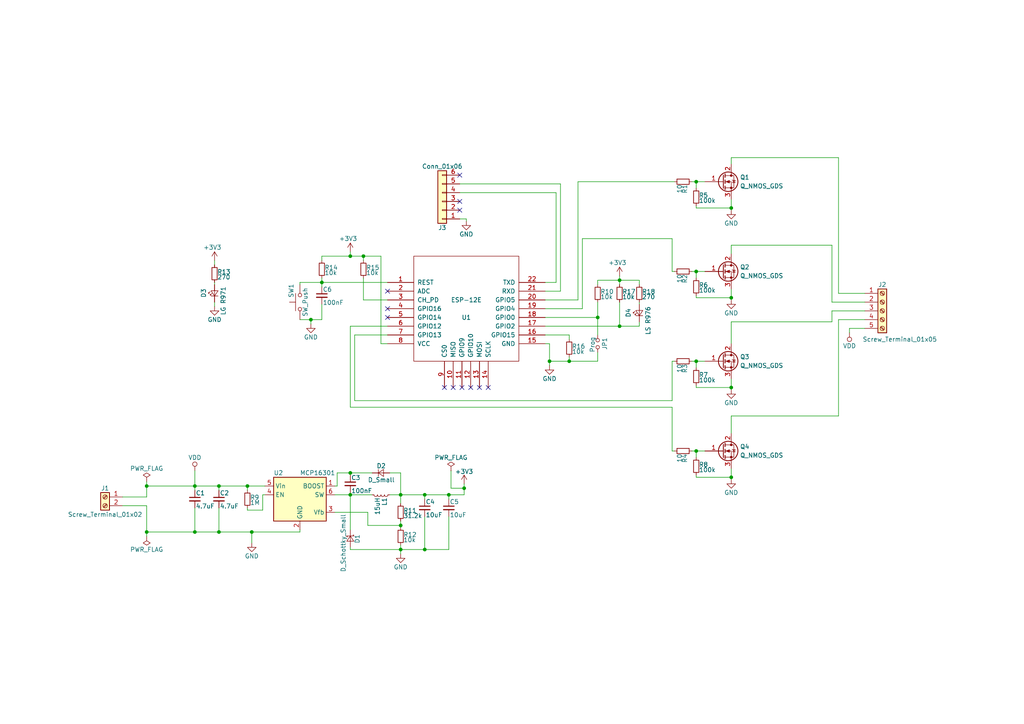
<source format=kicad_sch>
(kicad_sch (version 20230121) (generator eeschema)
  (paper "A4")
  (lib_symbols
    (symbol "LEDController-rescue:+3V3" (power) (pin_names (offset 0))
      (property "Value" "+3V3" (at 0 3.556 0))
      (symbol "+3V3_0_1"
        (polyline (pts (xy -0.762 1.27) (xy 0 2.54)))
        (polyline (pts (xy 0 0) (xy 0 2.54)))
        (polyline (pts (xy 0 2.54) (xy 0.762 1.27)))
      )
      (symbol "+3V3_1_1"
        (pin power_in line (at 0 0 90) (length 0) hide (name "+3V3") (number "1"))
      )
    )
    (symbol "LEDController-rescue:C_Small" (pin_numbers hide) (pin_names (offset 0.254) hide)
      (property "Reference" "C" (at 0.254 1.778 0))
      (property "Value" "C_Small" (at 0.254 -2.032 0))
      (symbol "C_Small_0_1"
        (polyline (pts (xy -1.524 -0.508) (xy 1.524 -0.508)) (stroke (width 0.3302)))
        (polyline (pts (xy -1.524 0.508) (xy 1.524 0.508)) (stroke (width 0.3048)))
      )
      (symbol "C_Small_1_1"
        (pin passive line (at 0 2.54 270) (length 2.032) (name "~") (number "1"))
        (pin passive line (at 0 -2.54 90) (length 2.032) (name "~") (number "2"))
      )
    )
    (symbol "LEDController-rescue:Conn_01x06" (pin_names (offset 1.016) hide)
      (property "Reference" "J" (at 0 7.62 0))
      (property "Value" "Conn_01x06" (at 0 -10.16 0))
      (symbol "Conn_01x06_1_1"
        (rectangle (start -1.27 -7.493) (end 0 -7.747) (stroke (width 0.1524)))
        (rectangle (start -1.27 -4.953) (end 0 -5.207) (stroke (width 0.1524)))
        (rectangle (start -1.27 -2.413) (end 0 -2.667) (stroke (width 0.1524)))
        (rectangle (start -1.27 0.127) (end 0 -0.127) (stroke (width 0.1524)))
        (rectangle (start -1.27 2.667) (end 0 2.413) (stroke (width 0.1524)))
        (rectangle (start -1.27 5.207) (end 0 4.953) (stroke (width 0.1524)))
        (rectangle (start -1.27 6.35) (end 1.27 -8.89) (stroke (width 0.254)) (fill (type background)))
        (pin passive line (at -5.08 5.08 0) (length 3.81) (name "Pin_1") (number "1"))
        (pin passive line (at -5.08 2.54 0) (length 3.81) (name "Pin_2") (number "2"))
        (pin passive line (at -5.08 0 0) (length 3.81) (name "Pin_3") (number "3"))
        (pin passive line (at -5.08 -2.54 0) (length 3.81) (name "Pin_4") (number "4"))
        (pin passive line (at -5.08 -5.08 0) (length 3.81) (name "Pin_5") (number "5"))
        (pin passive line (at -5.08 -7.62 0) (length 3.81) (name "Pin_6") (number "6"))
      )
    )
    (symbol "LEDController-rescue:D_Schottky_Small" (pin_numbers hide) (pin_names (offset 0.254) hide)
      (property "Reference" "D" (at -1.27 2.032 0))
      (property "Value" "D_Schottky_Small" (at -7.112 -2.032 0))
      (symbol "D_Schottky_Small_0_1"
        (polyline (pts (xy -0.762 -1.016) (xy -0.762 1.016)))
        (polyline (pts (xy -0.762 0) (xy 0.762 0)))
        (polyline (pts (xy -0.762 -1.016) (xy -0.508 -1.016) (xy -0.508 -0.762)))
        (polyline (pts (xy -0.762 1.016) (xy -1.016 1.016) (xy -1.016 0.762)))
        (polyline (pts (xy 0.762 -1.016) (xy -0.762 0) (xy 0.762 1.016) (xy 0.762 -1.016)))
      )
      (symbol "D_Schottky_Small_1_1"
        (pin passive line (at -2.54 0 0) (length 1.778) (name "K") (number "1"))
        (pin passive line (at 2.54 0 180) (length 1.778) (name "A") (number "2"))
      )
    )
    (symbol "LEDController-rescue:D_Small" (pin_numbers hide) (pin_names (offset 0.254) hide)
      (property "Reference" "D" (at -1.27 2.032 0))
      (property "Value" "D_Small" (at -3.81 -2.032 0))
      (symbol "D_Small_0_1"
        (polyline (pts (xy -0.762 -1.016) (xy -0.762 1.016)))
        (polyline (pts (xy -0.762 0) (xy 0.762 0)))
        (polyline (pts (xy 0.762 -1.016) (xy -0.762 0) (xy 0.762 1.016) (xy 0.762 -1.016)))
      )
      (symbol "D_Small_1_1"
        (pin passive line (at -2.54 0 0) (length 1.778) (name "K") (number "1"))
        (pin passive line (at 2.54 0 180) (length 1.778) (name "A") (number "2"))
      )
    )
    (symbol "LEDController-rescue:ESP-12E" (pin_names (offset 1.016))
      (property "Reference" "U" (at 0 -2.54 0))
      (property "Value" "ESP-12E" (at 0 2.54 0))
      (symbol "ESP-12E_1_0"
        (rectangle (start -15.24 -15.24) (end 15.24 15.24))
      )
      (symbol "ESP-12E_1_1"
        (pin input line (at -22.86 7.62 0) (length 7.62) (name "REST") (number "1"))
        (pin bidirectional line (at -3.81 -22.86 90) (length 7.62) (name "MISO") (number "10"))
        (pin bidirectional line (at -1.27 -22.86 90) (length 7.62) (name "GPIO9") (number "11"))
        (pin bidirectional line (at 1.27 -22.86 90) (length 7.62) (name "GPIO10") (number "12"))
        (pin bidirectional line (at 3.81 -22.86 90) (length 7.62) (name "MOSI") (number "13"))
        (pin bidirectional line (at 6.35 -22.86 90) (length 7.62) (name "SCLK") (number "14"))
        (pin power_in line (at 22.86 -10.16 180) (length 7.62) (name "GND") (number "15"))
        (pin bidirectional line (at 22.86 -7.62 180) (length 7.62) (name "GPIO15") (number "16"))
        (pin bidirectional line (at 22.86 -5.08 180) (length 7.62) (name "GPIO2") (number "17"))
        (pin bidirectional line (at 22.86 -2.54 180) (length 7.62) (name "GPIO0") (number "18"))
        (pin bidirectional line (at 22.86 0 180) (length 7.62) (name "GPIO4") (number "19"))
        (pin passive line (at -22.86 5.08 0) (length 7.62) (name "ADC") (number "2"))
        (pin bidirectional line (at 22.86 2.54 180) (length 7.62) (name "GPIO5") (number "20"))
        (pin input line (at 22.86 5.08 180) (length 7.62) (name "RXD") (number "21"))
        (pin output line (at 22.86 7.62 180) (length 7.62) (name "TXD") (number "22"))
        (pin input line (at -22.86 2.54 0) (length 7.62) (name "CH_PD") (number "3"))
        (pin bidirectional line (at -22.86 0 0) (length 7.62) (name "GPIO16") (number "4"))
        (pin bidirectional line (at -22.86 -2.54 0) (length 7.62) (name "GPIO14") (number "5"))
        (pin bidirectional line (at -22.86 -5.08 0) (length 7.62) (name "GPIO12") (number "6"))
        (pin bidirectional line (at -22.86 -7.62 0) (length 7.62) (name "GPIO13") (number "7"))
        (pin power_in line (at -22.86 -10.16 0) (length 7.62) (name "VCC") (number "8"))
        (pin bidirectional line (at -6.35 -22.86 90) (length 7.62) (name "CS0") (number "9"))
      )
    )
    (symbol "LEDController-rescue:GND" (power) (pin_names (offset 0))
      (property "Value" "GND" (at 0 -3.81 0))
      (symbol "GND_0_1"
        (polyline (pts (xy 0 0) (xy 0 -1.27) (xy 1.27 -1.27) (xy 0 -2.54) (xy -1.27 -1.27) (xy 0 -1.27)))
      )
      (symbol "GND_1_1"
        (pin power_in line (at 0 0 270) (length 0) hide (name "GND") (number "1"))
      )
    )
    (symbol "LEDController-rescue:Jumper_NO_Small" (pin_numbers hide) (pin_names (offset 0.762) hide)
      (property "Reference" "JP" (at 0 2.032 0))
      (property "Value" "Jumper_NO_Small" (at 0.254 -1.524 0))
      (symbol "Jumper_NO_Small_0_1"
        (circle (center -1.016 0) (radius 0.508))
        (circle (center 1.016 0) (radius 0.508))
        (pin passive line (at -2.54 0 0) (length 1.016) (name "1") (number "1"))
        (pin passive line (at 2.54 0 180) (length 1.016) (name "2") (number "2"))
      )
    )
    (symbol "LEDController-rescue:LED_Small" (pin_numbers hide) (pin_names (offset 0.254) hide)
      (property "Reference" "D" (at -1.27 3.175 0))
      (property "Value" "LED_Small" (at -4.445 -2.54 0))
      (symbol "LED_Small_0_1"
        (polyline (pts (xy -0.762 -1.016) (xy -0.762 1.016)))
        (polyline (pts (xy 1.016 0) (xy -0.762 0)))
        (polyline (pts (xy 0.762 -1.016) (xy -0.762 0) (xy 0.762 1.016) (xy 0.762 -1.016)))
        (polyline (pts (xy 0 0.762) (xy -0.508 1.27) (xy -0.254 1.27) (xy -0.508 1.27) (xy -0.508 1.016)))
        (polyline (pts (xy 0.508 1.27) (xy 0 1.778) (xy 0.254 1.778) (xy 0 1.778) (xy 0 1.524)))
      )
      (symbol "LED_Small_1_1"
        (pin passive line (at -2.54 0 0) (length 1.778) (name "K") (number "1"))
        (pin passive line (at 2.54 0 180) (length 1.778) (name "A") (number "2"))
      )
    )
    (symbol "LEDController-rescue:L_Small" (pin_numbers hide) (pin_names (offset 0.254) hide)
      (property "Reference" "L" (at 0.762 1.016 0))
      (property "Value" "L_Small" (at 0.762 -1.016 0))
      (symbol "L_Small_0_1"
        (arc (start 0 -2.032) (mid 0.5058 -1.524) (end 0 -1.016))
        (arc (start 0 -1.016) (mid 0.5058 -0.508) (end 0 0))
        (arc (start 0 0) (mid 0.5058 0.508) (end 0 1.016))
        (arc (start 0 1.016) (mid 0.5058 1.524) (end 0 2.032))
      )
      (symbol "L_Small_1_1"
        (pin passive line (at 0 2.54 270) (length 0.508) (name "~") (number "1"))
        (pin passive line (at 0 -2.54 90) (length 0.508) (name "~") (number "2"))
      )
    )
    (symbol "LEDController-rescue:MCP16301"
      (property "Reference" "U" (at -7.62 6.35 0))
      (property "Value" "MCP16301" (at 0 6.35 0))
      (symbol "MCP16301_0_1"
        (rectangle (start -7.62 5.08) (end 7.62 -7.62) (stroke (width 0.254)) (fill (type background)))
      )
      (symbol "MCP16301_1_1"
        (pin output line (at 10.16 2.54 180) (length 2.54) (name "BOOST") (number "1"))
        (pin power_in line (at 0 -10.16 90) (length 2.54) (name "GND") (number "2"))
        (pin input line (at 10.16 -5.08 180) (length 2.54) (name "Vfb") (number "3"))
        (pin input line (at -10.16 0 0) (length 2.54) (name "EN") (number "4"))
        (pin power_in line (at -10.16 2.54 0) (length 2.54) (name "Vin") (number "5"))
        (pin output line (at 10.16 0 180) (length 2.54) (name "SW") (number "6"))
      )
    )
    (symbol "LEDController-rescue:PWR_FLAG" (power) (pin_numbers hide) (pin_names (offset 0) hide)
      (property "Value" "PWR_FLAG" (at 0 3.81 0))
      (symbol "PWR_FLAG_0_0"
        (pin power_out line (at 0 0 90) (length 0) (name "pwr") (number "1"))
      )
      (symbol "PWR_FLAG_0_1"
        (polyline (pts (xy 0 0) (xy 0 1.27) (xy -1.016 1.905) (xy 0 2.54) (xy 1.016 1.905) (xy 0 1.27)))
      )
    )
    (symbol "LEDController-rescue:Q_NMOS_GDS" (pin_names (offset 0) hide)
      (property "Reference" "Q" (at 5.08 1.27 0))
      (property "Value" "Q_NMOS_GDS" (at 5.08 -1.27 0))
      (symbol "Q_NMOS_GDS_0_1"
        (polyline (pts (xy 0.0508 0) (xy 0.254 0)))
        (polyline (pts (xy 0.762 -1.778) (xy 2.54 -1.778)))
        (polyline (pts (xy 0.762 -1.27) (xy 0.762 -2.286)) (stroke (width 0.254)))
        (polyline (pts (xy 0.762 0) (xy 2.54 0)))
        (polyline (pts (xy 0.762 0.508) (xy 0.762 -0.508)) (stroke (width 0.254)))
        (polyline (pts (xy 0.762 1.778) (xy 2.54 1.778)))
        (polyline (pts (xy 0.762 2.286) (xy 0.762 1.27)) (stroke (width 0.254)))
        (polyline (pts (xy 2.54 -1.778) (xy 2.54 -2.54)))
        (polyline (pts (xy 2.54 -1.778) (xy 2.54 0)))
        (polyline (pts (xy 2.54 2.54) (xy 2.54 1.778)))
        (polyline (pts (xy 0.254 1.905) (xy 0.254 -1.905) (xy 0.254 -1.905)) (stroke (width 0.254)))
        (polyline (pts (xy 1.016 0) (xy 2.032 0.381) (xy 2.032 -0.381) (xy 1.016 0)) (fill (type outline)))
        (polyline (pts (xy 2.54 -1.778) (xy 3.302 -1.778) (xy 3.302 1.778) (xy 2.54 1.778)))
        (polyline (pts (xy 2.794 0.508) (xy 2.921 0.381) (xy 3.683 0.381) (xy 3.81 0.254)))
        (polyline (pts (xy 3.302 0.381) (xy 2.921 -0.254) (xy 3.683 -0.254) (xy 3.302 0.381)))
        (circle (center 1.651 0) (radius 2.8194) (stroke (width 0.254)))
        (circle (center 2.54 -1.778) (radius 0.2794) (fill (type outline)))
        (circle (center 2.54 1.778) (radius 0.2794) (fill (type outline)))
      )
      (symbol "Q_NMOS_GDS_1_1"
        (pin input line (at -5.08 0 0) (length 5.08) (name "G") (number "1"))
        (pin passive line (at 2.54 5.08 270) (length 2.54) (name "D") (number "2"))
        (pin passive line (at 2.54 -5.08 90) (length 2.54) (name "S") (number "3"))
      )
    )
    (symbol "LEDController-rescue:R_Small" (pin_numbers hide) (pin_names (offset 0.254) hide)
      (property "Reference" "R" (at 0.762 0.508 0))
      (property "Value" "R_Small" (at 0.762 -1.016 0))
      (symbol "R_Small_0_1"
        (rectangle (start -0.762 1.778) (end 0.762 -1.778) (stroke (width 0.2032)))
      )
      (symbol "R_Small_1_1"
        (pin passive line (at 0 2.54 270) (length 0.762) (name "~") (number "1"))
        (pin passive line (at 0 -2.54 90) (length 0.762) (name "~") (number "2"))
      )
    )
    (symbol "LEDController-rescue:SW_Push" (pin_numbers hide) (pin_names (offset 1.016) hide)
      (property "Reference" "SW" (at 1.27 2.54 0))
      (property "Value" "SW_Push" (at 0 -1.524 0))
      (symbol "SW_Push_0_1"
        (circle (center -2.032 0) (radius 0.508))
        (polyline (pts (xy 0 1.27) (xy 0 3.048)))
        (polyline (pts (xy 2.54 1.27) (xy -2.54 1.27)))
        (circle (center 2.032 0) (radius 0.508))
        (pin passive line (at -5.08 0 0) (length 2.54) (name "1") (number "1"))
        (pin passive line (at 5.08 0 180) (length 2.54) (name "2") (number "2"))
      )
    )
    (symbol "LEDController-rescue:Screw_Terminal_01x02" (pin_names (offset 1.016) hide)
      (property "Reference" "J" (at 0 2.54 0))
      (property "Value" "Screw_Terminal_01x02" (at 0 -5.08 0))
      (symbol "Screw_Terminal_01x02_1_1"
        (rectangle (start -1.27 1.27) (end 1.27 -3.81) (stroke (width 0.254)) (fill (type background)))
        (circle (center 0 -2.54) (radius 0.635) (stroke (width 0.1524)))
        (polyline (pts (xy -0.5334 -2.2098) (xy 0.3302 -3.048)) (stroke (width 0.1524)))
        (polyline (pts (xy -0.5334 0.3302) (xy 0.3302 -0.508)) (stroke (width 0.1524)))
        (polyline (pts (xy -0.3556 -2.032) (xy 0.508 -2.8702)) (stroke (width 0.1524)))
        (polyline (pts (xy -0.3556 0.508) (xy 0.508 -0.3302)) (stroke (width 0.1524)))
        (circle (center 0 0) (radius 0.635) (stroke (width 0.1524)))
        (pin passive line (at -5.08 0 0) (length 3.81) (name "Pin_1") (number "1"))
        (pin passive line (at -5.08 -2.54 0) (length 3.81) (name "Pin_2") (number "2"))
      )
    )
    (symbol "LEDController-rescue:Screw_Terminal_01x05" (pin_names (offset 1.016) hide)
      (property "Reference" "J" (at 0 7.62 0))
      (property "Value" "Screw_Terminal_01x05" (at 0 -7.62 0))
      (symbol "Screw_Terminal_01x05_1_1"
        (rectangle (start -1.27 6.35) (end 1.27 -6.35) (stroke (width 0.254)) (fill (type background)))
        (circle (center 0 -5.08) (radius 0.635) (stroke (width 0.1524)))
        (circle (center 0 -2.54) (radius 0.635) (stroke (width 0.1524)))
        (polyline (pts (xy -0.5334 -4.7498) (xy 0.3302 -5.588)) (stroke (width 0.1524)))
        (polyline (pts (xy -0.5334 -2.2098) (xy 0.3302 -3.048)) (stroke (width 0.1524)))
        (polyline (pts (xy -0.5334 0.3302) (xy 0.3302 -0.508)) (stroke (width 0.1524)))
        (polyline (pts (xy -0.5334 2.8702) (xy 0.3302 2.032)) (stroke (width 0.1524)))
        (polyline (pts (xy -0.5334 5.4102) (xy 0.3302 4.572)) (stroke (width 0.1524)))
        (polyline (pts (xy -0.3556 -4.572) (xy 0.508 -5.4102)) (stroke (width 0.1524)))
        (polyline (pts (xy -0.3556 -2.032) (xy 0.508 -2.8702)) (stroke (width 0.1524)))
        (polyline (pts (xy -0.3556 0.508) (xy 0.508 -0.3302)) (stroke (width 0.1524)))
        (polyline (pts (xy -0.3556 3.048) (xy 0.508 2.2098)) (stroke (width 0.1524)))
        (polyline (pts (xy -0.3556 5.588) (xy 0.508 4.7498)) (stroke (width 0.1524)))
        (circle (center 0 0) (radius 0.635) (stroke (width 0.1524)))
        (circle (center 0 2.54) (radius 0.635) (stroke (width 0.1524)))
        (circle (center 0 5.08) (radius 0.635) (stroke (width 0.1524)))
        (pin passive line (at -5.08 5.08 0) (length 3.81) (name "Pin_1") (number "1"))
        (pin passive line (at -5.08 2.54 0) (length 3.81) (name "Pin_2") (number "2"))
        (pin passive line (at -5.08 0 0) (length 3.81) (name "Pin_3") (number "3"))
        (pin passive line (at -5.08 -2.54 0) (length 3.81) (name "Pin_4") (number "4"))
        (pin passive line (at -5.08 -5.08 0) (length 3.81) (name "Pin_5") (number "5"))
      )
    )
    (symbol "LEDController-rescue:VDD" (power) (pin_names (offset 0))
      (property "Value" "VDD" (at 0 3.81 0))
      (symbol "VDD_0_1"
        (polyline (pts (xy 0 0) (xy 0 1.27)))
        (circle (center 0 1.905) (radius 0.635))
      )
      (symbol "VDD_1_1"
        (pin power_in line (at 0 0 90) (length 0) hide (name "VDD") (number "1"))
      )
    )
  )
  (junction (at 42.545 154.305))
  (junction (at 105.41 74.295))
  (junction (at 116.205 143.51))
  (junction (at 56.515 140.97))
  (junction (at 179.705 81.28))
  (junction (at 73.025 154.305))
  (junction (at 201.93 104.775))
  (junction (at 56.515 154.305))
  (junction (at 173.355 92.075))
  (junction (at 201.93 52.705))
  (junction (at 212.09 86.36))
  (junction (at 101.6 137.16))
  (junction (at 71.755 140.97))
  (junction (at 63.5 140.97))
  (junction (at 134.62 141.605))
  (junction (at 123.19 143.51))
  (junction (at 42.545 140.97))
  (junction (at 116.205 159.385))
  (junction (at 201.93 78.74))
  (junction (at 212.09 60.325))
  (junction (at 93.345 81.915))
  (junction (at 165.1 104.775))
  (junction (at 179.705 94.615))
  (junction (at 101.6 74.295))
  (junction (at 212.09 112.395))
  (junction (at 90.17 92.71))
  (junction (at 116.205 152.4))
  (junction (at 212.09 138.43))
  (junction (at 201.93 130.81))
  (junction (at 159.385 104.775))
  (junction (at 130.175 143.51))
  (junction (at 63.5 154.305))
  (junction (at 123.19 159.385))
  (junction (at 101.6 143.51))
  (no_connect (at 128.905 112.395))
  (no_connect (at 136.525 112.395))
  (no_connect (at 139.065 112.395))
  (no_connect (at 112.395 84.455))
  (no_connect (at 141.605 112.395))
  (no_connect (at 133.985 112.395))
  (no_connect (at 131.445 112.395))
  (no_connect (at 133.35 50.8))
  (no_connect (at 112.395 89.535))
  (no_connect (at 133.35 60.96))
  (no_connect (at 133.35 58.42))
  (no_connect (at 112.395 92.075))
  (wire (pts (xy 161.29 55.88) (xy 133.35 55.88)))
  (wire (pts (xy 134.62 141.605) (xy 134.62 143.51)))
  (wire (pts (xy 159.385 99.695) (xy 159.385 104.775)))
  (wire (pts (xy 179.705 87.63) (xy 179.705 94.615)))
  (wire (pts (xy 194.945 118.11) (xy 101.6 118.11)))
  (wire (pts (xy 76.2 143.51) (xy 76.2 147.955)))
  (wire (pts (xy 201.93 138.43) (xy 212.09 138.43)))
  (wire (pts (xy 167.64 86.995) (xy 158.115 86.995)))
  (wire (pts (xy 106.68 148.59) (xy 106.68 152.4)))
  (wire (pts (xy 200.66 104.775) (xy 201.93 104.775)))
  (wire (pts (xy 71.755 142.24) (xy 71.755 140.97)))
  (wire (pts (xy 97.155 140.97) (xy 97.79 140.97)))
  (wire (pts (xy 63.5 154.305) (xy 73.025 154.305)))
  (wire (pts (xy 106.68 152.4) (xy 116.205 152.4)))
  (wire (pts (xy 212.09 112.395) (xy 212.09 113.03)))
  (wire (pts (xy 105.41 86.995) (xy 112.395 86.995)))
  (wire (pts (xy 101.6 143.51) (xy 101.6 153.67)))
  (wire (pts (xy 243.205 92.71) (xy 243.205 120.65)))
  (wire (pts (xy 63.5 140.97) (xy 71.755 140.97)))
  (wire (pts (xy 105.41 74.295) (xy 105.41 75.565)))
  (wire (pts (xy 201.93 59.69) (xy 201.93 60.325)))
  (wire (pts (xy 97.155 148.59) (xy 106.68 148.59)))
  (wire (pts (xy 101.6 143.51) (xy 107.95 143.51)))
  (wire (pts (xy 135.255 63.5) (xy 135.255 64.135)))
  (wire (pts (xy 212.09 60.325) (xy 212.09 60.96)))
  (wire (pts (xy 56.515 136.525) (xy 56.515 140.97)))
  (wire (pts (xy 63.5 140.97) (xy 63.5 142.24)))
  (wire (pts (xy 201.93 60.325) (xy 212.09 60.325)))
  (wire (pts (xy 185.42 94.615) (xy 185.42 93.345)))
  (wire (pts (xy 116.205 151.13) (xy 116.205 152.4)))
  (wire (pts (xy 42.545 154.305) (xy 42.545 155.575)))
  (wire (pts (xy 62.23 75.565) (xy 62.23 76.835)))
  (wire (pts (xy 162.56 84.455) (xy 158.115 84.455)))
  (wire (pts (xy 246.38 95.25) (xy 246.38 96.52)))
  (wire (pts (xy 201.93 132.715) (xy 201.93 130.81)))
  (wire (pts (xy 93.345 74.295) (xy 101.6 74.295)))
  (wire (pts (xy 212.09 83.82) (xy 212.09 86.36)))
  (wire (pts (xy 105.41 74.295) (xy 110.49 74.295)))
  (wire (pts (xy 73.025 154.305) (xy 86.995 154.305)))
  (wire (pts (xy 56.515 154.305) (xy 63.5 154.305)))
  (wire (pts (xy 56.515 140.97) (xy 63.5 140.97)))
  (wire (pts (xy 42.545 146.685) (xy 42.545 154.305)))
  (wire (pts (xy 201.93 85.725) (xy 201.93 86.36)))
  (wire (pts (xy 212.09 93.345) (xy 212.09 99.695)))
  (wire (pts (xy 42.545 146.685) (xy 35.56 146.685)))
  (wire (pts (xy 123.19 159.385) (xy 130.175 159.385)))
  (wire (pts (xy 76.2 143.51) (xy 76.835 143.51)))
  (wire (pts (xy 93.345 75.565) (xy 93.345 74.295)))
  (wire (pts (xy 179.705 81.28) (xy 179.705 82.55)))
  (wire (pts (xy 102.87 97.155) (xy 112.395 97.155)))
  (wire (pts (xy 56.515 147.32) (xy 56.515 154.305)))
  (wire (pts (xy 42.545 154.305) (xy 56.515 154.305)))
  (wire (pts (xy 42.545 140.97) (xy 56.515 140.97)))
  (wire (pts (xy 241.3 87.63) (xy 250.825 87.63)))
  (wire (pts (xy 158.115 97.155) (xy 165.1 97.155)))
  (wire (pts (xy 130.175 159.385) (xy 130.175 149.86)))
  (wire (pts (xy 212.09 71.12) (xy 212.09 73.66)))
  (wire (pts (xy 200.66 78.74) (xy 201.93 78.74)))
  (wire (pts (xy 200.66 130.81) (xy 201.93 130.81)))
  (wire (pts (xy 158.115 92.075) (xy 173.355 92.075)))
  (wire (pts (xy 201.93 137.795) (xy 201.93 138.43)))
  (wire (pts (xy 130.81 141.605) (xy 130.81 136.525)))
  (wire (pts (xy 185.42 87.63) (xy 185.42 88.265)))
  (wire (pts (xy 102.87 116.205) (xy 102.87 97.155)))
  (wire (pts (xy 173.355 92.075) (xy 173.355 97.155)))
  (wire (pts (xy 93.345 81.915) (xy 112.395 81.915)))
  (wire (pts (xy 123.19 149.86) (xy 123.19 159.385)))
  (wire (pts (xy 201.93 52.705) (xy 204.47 52.705)))
  (wire (pts (xy 86.995 92.71) (xy 90.17 92.71)))
  (wire (pts (xy 101.6 159.385) (xy 116.205 159.385)))
  (wire (pts (xy 201.93 86.36) (xy 212.09 86.36)))
  (wire (pts (xy 212.09 45.72) (xy 243.205 45.72)))
  (wire (pts (xy 212.09 120.65) (xy 212.09 125.73)))
  (wire (pts (xy 212.09 109.855) (xy 212.09 112.395)))
  (wire (pts (xy 212.09 138.43) (xy 212.09 139.065)))
  (wire (pts (xy 101.6 118.11) (xy 101.6 94.615)))
  (wire (pts (xy 134.62 140.335) (xy 134.62 141.605)))
  (wire (pts (xy 194.945 130.81) (xy 194.945 118.11)))
  (wire (pts (xy 130.175 144.78) (xy 130.175 143.51)))
  (wire (pts (xy 241.3 90.17) (xy 241.3 93.345)))
  (wire (pts (xy 110.49 99.695) (xy 112.395 99.695)))
  (wire (pts (xy 173.355 87.63) (xy 173.355 92.075)))
  (wire (pts (xy 158.115 94.615) (xy 179.705 94.615)))
  (wire (pts (xy 73.025 154.305) (xy 73.025 157.48)))
  (wire (pts (xy 113.03 137.16) (xy 116.205 137.16)))
  (wire (pts (xy 134.62 143.51) (xy 130.175 143.51)))
  (wire (pts (xy 243.205 45.72) (xy 243.205 85.09)))
  (wire (pts (xy 250.825 95.25) (xy 246.38 95.25)))
  (wire (pts (xy 168.91 89.535) (xy 158.115 89.535)))
  (wire (pts (xy 101.6 142.875) (xy 101.6 143.51)))
  (wire (pts (xy 62.23 88.9) (xy 62.23 87.63)))
  (wire (pts (xy 123.19 144.78) (xy 123.19 143.51)))
  (wire (pts (xy 165.1 104.775) (xy 173.355 104.775)))
  (wire (pts (xy 201.93 130.81) (xy 204.47 130.81)))
  (wire (pts (xy 201.93 54.61) (xy 201.93 52.705)))
  (wire (pts (xy 130.175 143.51) (xy 123.19 143.51)))
  (wire (pts (xy 161.29 81.915) (xy 158.115 81.915)))
  (wire (pts (xy 165.1 103.505) (xy 165.1 104.775)))
  (wire (pts (xy 56.515 140.97) (xy 56.515 142.24)))
  (wire (pts (xy 250.825 92.71) (xy 243.205 92.71)))
  (wire (pts (xy 116.205 159.385) (xy 123.19 159.385)))
  (wire (pts (xy 161.29 55.88) (xy 161.29 81.915)))
  (wire (pts (xy 243.205 85.09) (xy 250.825 85.09)))
  (wire (pts (xy 97.79 140.97) (xy 97.79 137.16)))
  (wire (pts (xy 105.41 80.645) (xy 105.41 86.995)))
  (wire (pts (xy 241.3 93.345) (xy 212.09 93.345)))
  (wire (pts (xy 90.17 92.71) (xy 93.345 92.71)))
  (wire (pts (xy 97.155 143.51) (xy 101.6 143.51)))
  (wire (pts (xy 250.825 90.17) (xy 241.3 90.17)))
  (wire (pts (xy 201.93 78.74) (xy 204.47 78.74)))
  (wire (pts (xy 201.93 104.775) (xy 204.47 104.775)))
  (wire (pts (xy 76.2 147.955) (xy 71.755 147.955)))
  (wire (pts (xy 173.355 104.775) (xy 173.355 102.235)))
  (wire (pts (xy 101.6 137.795) (xy 101.6 137.16)))
  (wire (pts (xy 212.09 135.89) (xy 212.09 138.43)))
  (wire (pts (xy 167.64 52.705) (xy 167.64 86.995)))
  (wire (pts (xy 241.3 71.12) (xy 241.3 87.63)))
  (wire (pts (xy 179.705 80.01) (xy 179.705 81.28)))
  (wire (pts (xy 116.205 143.51) (xy 113.03 143.51)))
  (wire (pts (xy 97.79 137.16) (xy 101.6 137.16)))
  (wire (pts (xy 194.945 104.775) (xy 194.945 116.205)))
  (wire (pts (xy 116.205 143.51) (xy 116.205 146.05)))
  (wire (pts (xy 173.355 81.28) (xy 179.705 81.28)))
  (wire (pts (xy 101.6 74.295) (xy 105.41 74.295)))
  (wire (pts (xy 201.93 112.395) (xy 212.09 112.395)))
  (wire (pts (xy 162.56 53.34) (xy 133.35 53.34)))
  (wire (pts (xy 179.705 94.615) (xy 185.42 94.615)))
  (wire (pts (xy 212.09 57.785) (xy 212.09 60.325)))
  (wire (pts (xy 63.5 147.32) (xy 63.5 154.305)))
  (wire (pts (xy 116.205 159.385) (xy 116.205 160.655)))
  (wire (pts (xy 173.355 82.55) (xy 173.355 81.28)))
  (wire (pts (xy 90.17 92.71) (xy 90.17 93.98)))
  (wire (pts (xy 42.545 140.97) (xy 42.545 144.145)))
  (wire (pts (xy 86.995 81.915) (xy 93.345 81.915)))
  (wire (pts (xy 194.945 78.74) (xy 195.58 78.74)))
  (wire (pts (xy 42.545 139.7) (xy 42.545 140.97)))
  (wire (pts (xy 101.6 158.75) (xy 101.6 159.385)))
  (wire (pts (xy 86.995 154.305) (xy 86.995 153.67)))
  (wire (pts (xy 195.58 104.775) (xy 194.945 104.775)))
  (wire (pts (xy 101.6 74.295) (xy 101.6 73.025)))
  (wire (pts (xy 71.755 147.955) (xy 71.755 147.32)))
  (wire (pts (xy 212.09 45.72) (xy 212.09 47.625)))
  (wire (pts (xy 200.66 52.705) (xy 201.93 52.705)))
  (wire (pts (xy 123.19 143.51) (xy 116.205 143.51)))
  (wire (pts (xy 212.09 120.65) (xy 243.205 120.65)))
  (wire (pts (xy 116.205 158.115) (xy 116.205 159.385)))
  (wire (pts (xy 158.115 99.695) (xy 159.385 99.695)))
  (wire (pts (xy 201.93 80.645) (xy 201.93 78.74)))
  (wire (pts (xy 195.58 130.81) (xy 194.945 130.81)))
  (wire (pts (xy 101.6 137.16) (xy 107.95 137.16)))
  (wire (pts (xy 93.345 92.71) (xy 93.345 88.265)))
  (wire (pts (xy 201.93 111.76) (xy 201.93 112.395)))
  (wire (pts (xy 62.23 81.915) (xy 62.23 82.55)))
  (wire (pts (xy 194.945 116.205) (xy 102.87 116.205)))
  (wire (pts (xy 201.93 106.68) (xy 201.93 104.775)))
  (wire (pts (xy 168.91 69.215) (xy 194.945 69.215)))
  (wire (pts (xy 93.345 80.645) (xy 93.345 81.915)))
  (wire (pts (xy 101.6 94.615) (xy 112.395 94.615)))
  (wire (pts (xy 110.49 74.295) (xy 110.49 99.695)))
  (wire (pts (xy 86.995 81.915) (xy 86.995 82.55)))
  (wire (pts (xy 93.345 81.915) (xy 93.345 83.185)))
  (wire (pts (xy 134.62 141.605) (xy 130.81 141.605)))
  (wire (pts (xy 42.545 144.145) (xy 35.56 144.145)))
  (wire (pts (xy 165.1 97.155) (xy 165.1 98.425)))
  (wire (pts (xy 133.35 63.5) (xy 135.255 63.5)))
  (wire (pts (xy 168.91 69.215) (xy 168.91 89.535)))
  (wire (pts (xy 194.945 69.215) (xy 194.945 78.74)))
  (wire (pts (xy 71.755 140.97) (xy 76.835 140.97)))
  (wire (pts (xy 212.09 86.36) (xy 212.09 86.995)))
  (wire (pts (xy 185.42 81.28) (xy 185.42 82.55)))
  (wire (pts (xy 195.58 52.705) (xy 167.64 52.705)))
  (wire (pts (xy 179.705 81.28) (xy 185.42 81.28)))
  (wire (pts (xy 162.56 53.34) (xy 162.56 84.455)))
  (wire (pts (xy 212.09 71.12) (xy 241.3 71.12)))
  (wire (pts (xy 159.385 104.775) (xy 159.385 106.045)))
  (wire (pts (xy 116.205 152.4) (xy 116.205 153.035)))
  (wire (pts (xy 116.205 137.16) (xy 116.205 143.51)))
  (wire (pts (xy 159.385 104.775) (xy 165.1 104.775)))
  (symbol (lib_id "LEDController-rescue:ESP-12E") (at 135.255 89.535 0) (unit 1)
    (property "Reference" "U1" (at 135.255 92.075 0))
    (property "Value" "ESP-12E" (at 135.255 86.995 0))
    (property "Footprint" "ESP8266:ESP-12E" (effects hide))
  )
  (symbol (lib_id "LEDController-rescue:R_Small") (at 198.12 78.74 270) (unit 1)
    (property "Reference" "R2" (at 198.628 79.502 0) (effects (justify left)))
    (property "Value" "10" (at 197.104 79.502 0) (effects (justify left)))
    (property "Footprint" "Resistors_SMD:R_0805_HandSoldering" (effects hide))
  )
  (symbol (lib_id "LEDController-rescue:R_Small") (at 201.93 83.185 0) (unit 1)
    (property "Reference" "R6" (at 202.692 82.677 0) (effects (justify left)))
    (property "Value" "100k" (at 202.692 84.201 0) (effects (justify left)))
    (property "Footprint" "Resistors_SMD:R_0805_HandSoldering" (effects hide))
  )
  (symbol (lib_id "LEDController-rescue:GND") (at 212.09 86.995 0) (unit 1)
    (property "Reference" "#PWR01" (effects hide))
    (property "Value" "GND" (at 212.09 90.805 0))
  )
  (symbol (lib_id "LEDController-rescue:R_Small") (at 198.12 104.775 270) (unit 1)
    (property "Reference" "R3" (at 198.628 105.537 0) (effects (justify left)))
    (property "Value" "10" (at 197.104 105.537 0) (effects (justify left)))
    (property "Footprint" "Resistors_SMD:R_0805_HandSoldering" (effects hide))
  )
  (symbol (lib_id "LEDController-rescue:R_Small") (at 201.93 109.22 0) (unit 1)
    (property "Reference" "R7" (at 202.692 108.712 0) (effects (justify left)))
    (property "Value" "100k" (at 202.692 110.236 0) (effects (justify left)))
    (property "Footprint" "Resistors_SMD:R_0805_HandSoldering" (effects hide))
  )
  (symbol (lib_id "LEDController-rescue:GND") (at 212.09 113.03 0) (unit 1)
    (property "Reference" "#PWR02" (effects hide))
    (property "Value" "GND" (at 212.09 116.84 0))
  )
  (symbol (lib_id "LEDController-rescue:R_Small") (at 198.12 130.81 270) (unit 1)
    (property "Reference" "R4" (at 198.628 131.572 0) (effects (justify left)))
    (property "Value" "10" (at 197.104 131.572 0) (effects (justify left)))
    (property "Footprint" "Resistors_SMD:R_0805_HandSoldering" (effects hide))
  )
  (symbol (lib_id "LEDController-rescue:R_Small") (at 201.93 135.255 0) (unit 1)
    (property "Reference" "R8" (at 202.692 134.747 0) (effects (justify left)))
    (property "Value" "100k" (at 202.692 136.271 0) (effects (justify left)))
    (property "Footprint" "Resistors_SMD:R_0805_HandSoldering" (effects hide))
  )
  (symbol (lib_id "LEDController-rescue:GND") (at 212.09 139.065 0) (unit 1)
    (property "Reference" "#PWR03" (effects hide))
    (property "Value" "GND" (at 212.09 142.875 0))
  )
  (symbol (lib_id "LEDController-rescue:R_Small") (at 198.12 52.705 270) (unit 1)
    (property "Reference" "R1" (at 198.628 53.467 0) (effects (justify left)))
    (property "Value" "10" (at 197.104 53.467 0) (effects (justify left)))
    (property "Footprint" "Resistors_SMD:R_0805_HandSoldering" (effects hide))
  )
  (symbol (lib_id "LEDController-rescue:R_Small") (at 201.93 57.15 0) (unit 1)
    (property "Reference" "R5" (at 202.692 56.642 0) (effects (justify left)))
    (property "Value" "100k" (at 202.692 58.166 0) (effects (justify left)))
    (property "Footprint" "Resistors_SMD:R_0805_HandSoldering" (effects hide))
  )
  (symbol (lib_id "LEDController-rescue:GND") (at 212.09 60.96 0) (unit 1)
    (property "Reference" "#PWR04" (effects hide))
    (property "Value" "GND" (at 212.09 64.77 0))
  )
  (symbol (lib_id "LEDController-rescue:VDD") (at 246.38 96.52 180) (unit 1)
    (property "Reference" "#PWR05" (effects hide))
    (property "Value" "VDD" (at 246.38 100.33 0))
  )
  (symbol (lib_id "LEDController-rescue:Conn_01x06") (at 128.27 58.42 180) (unit 1)
    (property "Reference" "J3" (at 128.27 66.04 0))
    (property "Value" "Conn_01x06" (at 128.27 48.26 0))
    (property "Footprint" "Connectors:PINHEAD1-6" (effects hide))
  )
  (symbol (lib_id "LEDController-rescue:GND") (at 135.255 64.135 0) (unit 1)
    (property "Reference" "#PWR06" (effects hide))
    (property "Value" "GND" (at 135.255 67.945 0))
  )
  (symbol (lib_id "LEDController-rescue:MCP16301") (at 86.995 143.51 0) (unit 1)
    (property "Reference" "U2" (at 79.375 137.16 0) (effects (justify left)))
    (property "Value" "MCP16301" (at 86.995 137.16 0) (effects (justify left)))
    (property "Footprint" "TO_SOT_Packages_SMD:SOT-23-6" (effects hide))
    (property "Reichelt Artikel-Nr." "MCP 16301T-I/CHY" (effects hide))
    (property "Mouser-Nr." "579-MCP16301T-I/CHY" (effects hide))
  )
  (symbol (lib_id "LEDController-rescue:C_Small") (at 56.515 144.78 0) (unit 1)
    (property "Reference" "C1" (at 56.769 143.002 0) (effects (justify left)))
    (property "Value" "4.7uF" (at 56.769 146.812 0) (effects (justify left)))
    (property "Footprint" "Capacitors_SMD:C_1210_HandSoldering" (effects hide))
    (property "Reichelt Artikel-Nr." "X7R-G1210 4,7" (effects hide))
    (property "Mouser-Nr." "81-GRM32R71H475KA88L" (effects hide))
  )
  (symbol (lib_id "LEDController-rescue:C_Small") (at 63.5 144.78 0) (unit 1)
    (property "Reference" "C2" (at 63.754 143.002 0) (effects (justify left)))
    (property "Value" "4.7uF" (at 63.754 146.812 0) (effects (justify left)))
    (property "Footprint" "Capacitors_SMD:C_1210_HandSoldering" (effects hide))
    (property "Reichelt Artikel-Nr." "X7R-G1210 4,7" (effects hide))
    (property "Mouser-Nr." "81-GRM32R71H475KA88L" (effects hide))
  )
  (symbol (lib_id "LEDController-rescue:R_Small") (at 71.755 144.78 0) (unit 1)
    (property "Reference" "R9" (at 72.517 144.272 0) (effects (justify left)))
    (property "Value" "1M" (at 72.517 145.796 0) (effects (justify left)))
    (property "Footprint" "Resistors_SMD:R_0805_HandSoldering" (effects hide))
    (property "Reichelt Artikel-Nr." "SMD-0805 1,00M" (effects hide))
    (property "Mouser-Nr." "603-RC0805FR-071ML" (effects hide))
  )
  (symbol (lib_id "LEDController-rescue:GND") (at 73.025 157.48 0) (unit 1)
    (property "Reference" "#PWR07" (effects hide))
    (property "Value" "GND" (at 73.025 161.29 0))
  )
  (symbol (lib_id "LEDController-rescue:C_Small") (at 101.6 140.335 0) (unit 1)
    (property "Reference" "C3" (at 101.854 138.557 0) (effects (justify left)))
    (property "Value" "100nF" (at 101.854 142.367 0) (effects (justify left)))
    (property "Footprint" "Capacitors_SMD:C_0805_HandSoldering" (effects hide))
    (property "Reichelt Artikel-Nr." "X7R-G0805 100N" (effects hide))
    (property "Mouser-Nr." "581-08055C104K" (effects hide))
  )
  (symbol (lib_id "LEDController-rescue:R_Small") (at 116.205 148.59 0) (unit 1)
    (property "Reference" "R11" (at 116.967 148.082 0) (effects (justify left)))
    (property "Value" "31.2k" (at 116.967 149.606 0) (effects (justify left)))
    (property "Footprint" "Resistors_SMD:R_0805_HandSoldering" (effects hide))
  )
  (symbol (lib_id "LEDController-rescue:R_Small") (at 116.205 155.575 0) (unit 1)
    (property "Reference" "R12" (at 116.967 155.067 0) (effects (justify left)))
    (property "Value" "10k" (at 116.967 156.591 0) (effects (justify left)))
    (property "Footprint" "Resistors_SMD:R_0805_HandSoldering" (effects hide))
  )
  (symbol (lib_id "LEDController-rescue:L_Small") (at 110.49 143.51 270) (unit 1)
    (property "Reference" "L1" (at 111.506 144.272 0) (effects (justify left)))
    (property "Value" "15uH" (at 109.474 144.272 0) (effects (justify left)))
    (property "Footprint" "Choke_SMD:Choke_SMD_7.3x7.3_H4.5" (effects hide))
  )
  (symbol (lib_id "LEDController-rescue:D_Small") (at 110.49 137.16 0) (unit 1)
    (property "Reference" "D2" (at 109.22 135.128 0) (effects (justify left)))
    (property "Value" "D_Small" (at 106.68 139.192 0) (effects (justify left)))
    (property "Footprint" "Diodes_SMD:D_SOD-323F" (effects hide))
    (property "Reichelt Artikel-Nr." "1N 4148W7F DII" (effects hide))
    (property "Mouser-Nr." "621-1N4148WQ-7-F" (effects hide))
  )
  (symbol (lib_id "LEDController-rescue:D_Schottky_Small") (at 101.6 156.21 270) (unit 1)
    (property "Reference" "D1" (at 103.632 154.94 0) (effects (justify left)))
    (property "Value" "D_Schottky_Small" (at 99.568 149.098 0) (effects (justify left)))
    (property "Footprint" "Diodes_SMD:D_PowerDI-123" (effects hide))
  )
  (symbol (lib_id "LEDController-rescue:C_Small") (at 123.19 147.32 0) (unit 1)
    (property "Reference" "C4" (at 123.444 145.542 0) (effects (justify left)))
    (property "Value" "10uF" (at 123.444 149.352 0) (effects (justify left)))
    (property "Footprint" "Capacitors_SMD:C_0805_HandSoldering" (effects hide))
    (property "Reichelt Artikel-Nr." "X7R 0805 CB 10U" (effects hide))
    (property "Mouser-Nr." "810-C2012X7R1A106K" (effects hide))
  )
  (symbol (lib_id "LEDController-rescue:C_Small") (at 130.175 147.32 0) (unit 1)
    (property "Reference" "C5" (at 130.429 145.542 0) (effects (justify left)))
    (property "Value" "10uF" (at 130.429 149.352 0) (effects (justify left)))
    (property "Footprint" "Capacitors_SMD:C_0805_HandSoldering" (effects hide))
    (property "Reichelt Artikel-Nr." "X7R 0805 CB 10U" (effects hide))
    (property "Mouser-Nr." "810-C2012X7R1A106K" (effects hide))
  )
  (symbol (lib_id "LEDController-rescue:VDD") (at 56.515 136.525 0) (unit 1)
    (property "Reference" "#PWR08" (effects hide))
    (property "Value" "VDD" (at 56.515 132.715 0))
  )
  (symbol (lib_id "LEDController-rescue:GND") (at 116.205 160.655 0) (unit 1)
    (property "Reference" "#PWR09" (effects hide))
    (property "Value" "GND" (at 116.205 164.465 0))
  )
  (symbol (lib_id "LEDController-rescue:+3V3") (at 134.62 140.335 0) (unit 1)
    (property "Reference" "#PWR010" (effects hide))
    (property "Value" "+3V3" (at 134.62 136.779 0))
  )
  (symbol (lib_id "LEDController-rescue:GND") (at 159.385 106.045 0) (unit 1)
    (property "Reference" "#PWR011" (effects hide))
    (property "Value" "GND" (at 159.385 109.855 0))
  )
  (symbol (lib_id "LEDController-rescue:PWR_FLAG") (at 42.545 139.7 0) (unit 1)
    (property "Reference" "#FLG012" (effects hide))
    (property "Value" "PWR_FLAG" (at 42.545 135.89 0))
  )
  (symbol (lib_id "LEDController-rescue:PWR_FLAG") (at 42.545 155.575 180) (unit 1)
    (property "Reference" "#FLG013" (effects hide))
    (property "Value" "PWR_FLAG" (at 42.545 159.385 0))
  )
  (symbol (lib_id "LEDController-rescue:PWR_FLAG") (at 130.81 136.525 0) (unit 1)
    (property "Reference" "#FLG014" (effects hide))
    (property "Value" "PWR_FLAG" (at 130.81 132.715 0))
  )
  (symbol (lib_id "LEDController-rescue:Screw_Terminal_01x05") (at 255.905 90.17 0) (unit 1)
    (property "Reference" "J2" (at 255.905 82.55 0))
    (property "Value" "Screw_Terminal_01x05" (at 260.985 98.425 0))
    (property "Footprint" "TerminalBlock_MetzConnect:TerminalBlock_MetzConnect_Type059_RT06305HBWC_Pitch3.50mm" (effects hide))
    (property "Datasheet" "https://www.metz-connect.com/de/system/files/productfiles/Datenblatt_310591_RT063xxHBWC_OFF-022684V.pdf" (effects hide))
    (property "Reichelt Artikel-Nr." "AKL 059-05" (effects hide))
  )
  (symbol (lib_id "LEDController-rescue:Q_NMOS_GDS") (at 209.55 52.705 0) (unit 1)
    (property "Reference" "Q1" (at 214.63 51.435 0) (effects (justify left)))
    (property "Value" "Q_NMOS_GDS" (at 214.63 53.975 0) (effects (justify left)))
    (property "Footprint" "TO_SOT_Packages_SMD:TO-252-2" (effects hide))
  )
  (symbol (lib_id "LEDController-rescue:Q_NMOS_GDS") (at 209.55 78.74 0) (unit 1)
    (property "Reference" "Q2" (at 214.63 77.47 0) (effects (justify left)))
    (property "Value" "Q_NMOS_GDS" (at 214.63 80.01 0) (effects (justify left)))
    (property "Footprint" "TO_SOT_Packages_SMD:TO-252-2" (effects hide))
  )
  (symbol (lib_id "LEDController-rescue:Q_NMOS_GDS") (at 209.55 104.775 0) (unit 1)
    (property "Reference" "Q3" (at 214.63 103.505 0) (effects (justify left)))
    (property "Value" "Q_NMOS_GDS" (at 214.63 106.045 0) (effects (justify left)))
    (property "Footprint" "TO_SOT_Packages_SMD:TO-252-2" (effects hide))
  )
  (symbol (lib_id "LEDController-rescue:Q_NMOS_GDS") (at 209.55 130.81 0) (unit 1)
    (property "Reference" "Q4" (at 214.63 129.54 0) (effects (justify left)))
    (property "Value" "Q_NMOS_GDS" (at 214.63 132.08 0) (effects (justify left)))
    (property "Footprint" "TO_SOT_Packages_SMD:TO-252-2" (effects hide))
  )
  (symbol (lib_id "LEDController-rescue:Screw_Terminal_01x02") (at 30.48 144.145 0) (mirror y) (unit 1)
    (property "Reference" "J1" (at 30.48 141.605 0))
    (property "Value" "Screw_Terminal_01x02" (at 30.48 149.225 0))
    (property "Footprint" "TerminalBlock_MetzConnect:TerminalBlock_MetzConnect_Type059_RT06302HBWC_Pitch3.50mm" (effects hide))
    (property "Datasheet" "https://www.metz-connect.com/de/system/files/productfiles/Datenblatt_310591_RT063xxHBWC_OFF-022684V.pdf" (effects hide))
    (property "Reichelt Artikel-Nr." "AKL 059-02" (effects hide))
  )
  (symbol (lib_id "LEDController-rescue:+3V3") (at 179.705 80.01 0) (unit 1)
    (property "Reference" "#PWR015" (effects hide))
    (property "Value" "+3V3" (at 179.07 76.2 0))
  )
  (symbol (lib_id "LEDController-rescue:R_Small") (at 173.355 85.09 0) (unit 1)
    (property "Reference" "R10" (at 174.117 84.582 0) (effects (justify left)))
    (property "Value" "10k" (at 174.117 86.106 0) (effects (justify left)))
    (property "Footprint" "Resistors_SMD:R_0805_HandSoldering" (effects hide))
  )
  (symbol (lib_id "LEDController-rescue:+3V3") (at 101.6 73.025 0) (unit 1)
    (property "Reference" "#PWR016" (effects hide))
    (property "Value" "+3V3" (at 100.965 69.215 0))
  )
  (symbol (lib_id "LEDController-rescue:Jumper_NO_Small") (at 173.355 99.695 270) (unit 1)
    (property "Reference" "JP1" (at 175.387 99.695 0))
    (property "Value" "Prog" (at 171.831 99.949 0))
    (property "Footprint" "Pin_Headers:Pin_Header_Straight_1x02_Pitch2.54mm" (effects hide))
    (property "Reichelt Artikel-Nr." "MPE 087-1-002" (effects hide))
  )
  (symbol (lib_id "LEDController-rescue:R_Small") (at 93.345 78.105 0) (unit 1)
    (property "Reference" "R14" (at 94.107 77.597 0) (effects (justify left)))
    (property "Value" "10k" (at 94.107 79.121 0) (effects (justify left)))
    (property "Footprint" "Resistors_SMD:R_0805_HandSoldering" (effects hide))
  )
  (symbol (lib_id "LEDController-rescue:C_Small") (at 93.345 85.725 0) (unit 1)
    (property "Reference" "C6" (at 93.599 83.947 0) (effects (justify left)))
    (property "Value" "100nF" (at 93.599 87.757 0) (effects (justify left)))
    (property "Footprint" "Capacitors_SMD:C_0805_HandSoldering" (effects hide))
    (property "Reichelt Artikel-Nr." "X7R-G0805 100N" (effects hide))
    (property "Mouser-Nr." "581-08055C104K" (effects hide))
  )
  (symbol (lib_id "LEDController-rescue:GND") (at 90.17 93.98 0) (unit 1)
    (property "Reference" "#PWR017" (effects hide))
    (property "Value" "GND" (at 90.17 97.79 0))
  )
  (symbol (lib_id "LEDController-rescue:R_Small") (at 105.41 78.105 0) (unit 1)
    (property "Reference" "R15" (at 106.172 77.597 0) (effects (justify left)))
    (property "Value" "10k" (at 106.172 79.121 0) (effects (justify left)))
    (property "Footprint" "Resistors_SMD:R_0805_HandSoldering" (effects hide))
  )
  (symbol (lib_id "LEDController-rescue:R_Small") (at 179.705 85.09 0) (unit 1)
    (property "Reference" "R17" (at 180.467 84.582 0) (effects (justify left)))
    (property "Value" "10k" (at 180.467 86.106 0) (effects (justify left)))
    (property "Footprint" "Resistors_SMD:R_0805_HandSoldering" (effects hide))
  )
  (symbol (lib_id "LEDController-rescue:R_Small") (at 165.1 100.965 0) (unit 1)
    (property "Reference" "R16" (at 165.862 100.457 0) (effects (justify left)))
    (property "Value" "10k" (at 165.862 101.981 0) (effects (justify left)))
    (property "Footprint" "Resistors_SMD:R_0805_HandSoldering" (effects hide))
  )
  (symbol (lib_id "LEDController-rescue:LED_Small") (at 185.42 90.805 90) (unit 1)
    (property "Reference" "D4" (at 182.245 92.075 0) (effects (justify left)))
    (property "Value" "LS R976" (at 187.96 97.155 0) (effects (justify left)))
    (property "Reichelt Artikel-Nr." "LS R976" (effects hide))
    (property "Mouser-Nr." "720-LSR976-NR-1" (effects hide))
  )
  (symbol (lib_id "LEDController-rescue:R_Small") (at 185.42 85.09 0) (unit 1)
    (property "Reference" "R18" (at 186.182 84.582 0) (effects (justify left)))
    (property "Value" "270" (at 186.182 86.106 0) (effects (justify left)))
    (property "Footprint" "Resistors_SMD:R_0805_HandSoldering" (effects hide))
  )
  (symbol (lib_id "LEDController-rescue:LED_Small") (at 62.23 85.09 90) (unit 1)
    (property "Reference" "D3" (at 59.055 86.36 0) (effects (justify left)))
    (property "Value" "LG R971" (at 64.77 91.44 0) (effects (justify left)))
    (property "Reichelt Artikel-Nr." "LG R971" (effects hide))
    (property "Mouser-Nr." "720-LGR971-KN-1" (effects hide))
  )
  (symbol (lib_id "LEDController-rescue:R_Small") (at 62.23 79.375 0) (unit 1)
    (property "Reference" "R13" (at 62.992 78.867 0) (effects (justify left)))
    (property "Value" "270" (at 62.992 80.391 0) (effects (justify left)))
    (property "Footprint" "Resistors_SMD:R_0805_HandSoldering" (effects hide))
  )
  (symbol (lib_id "LEDController-rescue:GND") (at 62.23 88.9 0) (unit 1)
    (property "Reference" "#PWR018" (effects hide))
    (property "Value" "GND" (at 62.23 92.71 0))
  )
  (symbol (lib_id "LEDController-rescue:+3V3") (at 62.23 75.565 0) (unit 1)
    (property "Reference" "#PWR019" (effects hide))
    (property "Value" "+3V3" (at 61.595 71.755 0))
  )
  (symbol (lib_id "LEDController-rescue:SW_Push") (at 86.995 87.63 90) (unit 1)
    (property "Reference" "SW1" (at 84.455 86.36 0) (effects (justify left)))
    (property "Value" "SW_Push" (at 88.519 87.63 0))
  )
)
</source>
